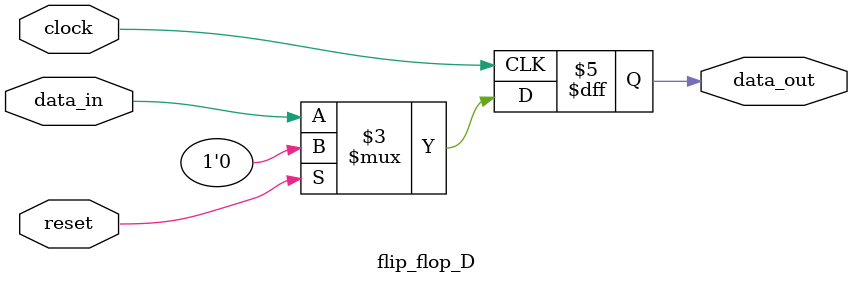
<source format=v>
`timescale 1ns / 1ps


module flip_flop_D(
    input data_in,
    input clock,
    input reset,
    output reg data_out
);

always@(posedge clock) begin
    if(reset)
        data_out <= 0;
    else
        data_out <= data_in; // atribuire non-blocanta
end

endmodule

</source>
